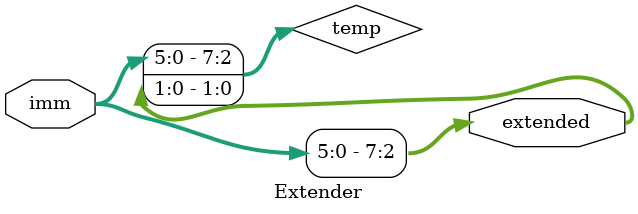
<source format=v>
module Extender (
    input wire [5:0] imm,

    output reg [7:0] extended
);
    reg [7:0] temp;

    always @(*) begin
        temp[7:2] = imm;
        
        extended = temp;
    end
    
endmodule
</source>
